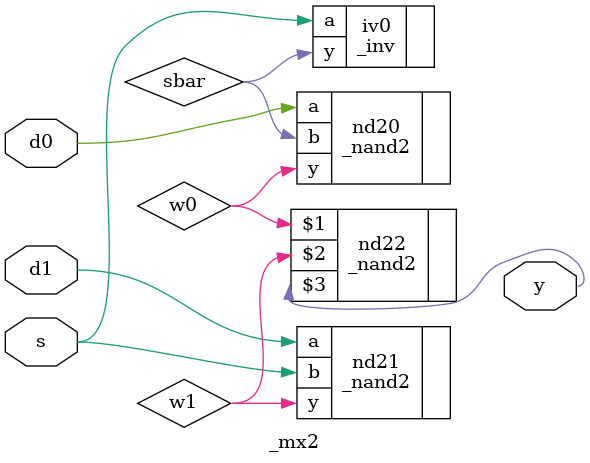
<source format=v>
module _mx2(d0, d1, s, y);
	input d0, d1, s;	//three input
	output y;			//one output

_inv iv0(.a(s), .y(sbar));	//load _inv
_nand2 nd20(.a(d0), .b(sbar), .y(w0));	//load _nand2
_nand2 nd21(.a(d1), .b(s), .y(w1));		//load _nand2
_nand2 nd22(w0, w1, y);						//load _nand2
	
endmodule	//end of moduleL
</source>
